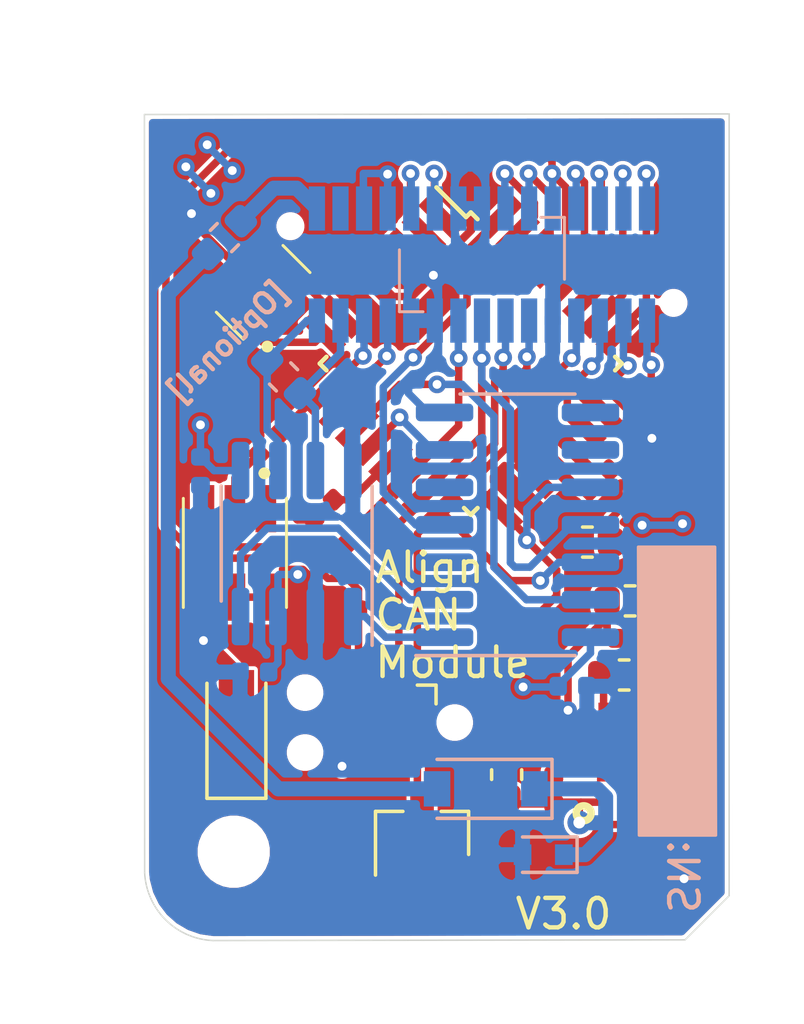
<source format=kicad_pcb>
(kicad_pcb (version 20171130) (host pcbnew "(5.1.6)-1")
  (layers (0 F.Cu signal) (31 B.Cu signal) (34 B.Paste user hide) (35 F.Paste user hide) (36 B.SilkS user) (37 F.SilkS user) (38 B.Mask user hide) (39 F.Mask user hide) (44 Edge.Cuts user))
  (net 0 "")
  (net 1 "Net-(U1-Pad7)")
  (net 2 GND)
  (net 3 /Reset)
  (net 4 /MOSI)
  (net 5 /SCK)
  (net 6 +5V)
  (net 7 /MISO)
  (net 8 /CAN_CS)
  (net 9 /CAN_INT)
  (net 10 +12V)
  (net 11 /CLK_MCP)
  (net 12 /GREEN_LED)
  (net 13 /RED_LED)
  (net 14 /BLUE_LED)
  (net 15 /U-Pin8)
  (net 16 /U-Pin12)
  (net 17 /U-Pin14)
  (net 18 /U-Pin20)
  (net 19 /U-Pin22)
  (net 20 /U-Pin2)
  (net 21 /U-Pin4)
  (net 22 /U-Pin6)
  (net 23 /U-Pin7)
  (net 24 /U-Pin23)
  (net 25 /U-Pin1)
  (net 26 /U-Pin3)
  (net 27 +12V_Safe)
  (net 28 "Net-(C3-Pad2)")
  (net 29 "Net-(L2-Pad1)")
  (net 30 "Net-(C2-Pad1)")
  (net 31 "Net-(U1-Pad8)")
  (net 32 /U-Pin5)
  (net 33 /U-Pin27)
  (net 34 /U-Pin29)
  (net 35 "Net-(J1-Pad2)")
  (net 36 "Net-(LED1-Pad5)")
  (net 37 "Net-(LED1-Pad3)")
  (net 38 "Net-(LED1-Pad1)")
  (net 39 /TXCAN)
  (net 40 /RXCAN)
  (net 41 "Net-(D4-Pad2)")
  (module ACM_2020_V2:ASMBTTF00A20B (layer F.Cu) (at 66.04 78.867 270)
    (fp_text reference LED1 hide)
    (fp_text value ASMB-TTF0-0A20B hide)
    (pad 1 smd rect (at -1.5 -1.05) (size 0.7 1.6) (layers F.Cu F.Paste F.Mask) (net 38 "Net-(LED1-Pad1)"))
    (pad 2 smd rect (at 1.5 -1.05) (size 0.7 1.6) (layers F.Cu F.Paste F.Mask) (net 2 GND))
    (pad 3 smd rect (at -1.5 0) (size 0.7 1.6) (layers F.Cu F.Paste F.Mask) (net 37 "Net-(LED1-Pad3)"))
    (pad 4 smd rect (at 1.5 0) (size 0.7 1.6) (layers F.Cu F.Paste F.Mask) (net 2 GND))
    (pad 5 smd rect (at -1.5 1.05) (size 0.7 1.6) (layers F.Cu F.Paste F.Mask) (net 36 "Net-(LED1-Pad5)"))
    (pad 6 smd rect (at 1.5 1.05) (size 0.7 1.6) (layers F.Cu F.Paste F.Mask) (net 2 GND))
  )
  (module Capacitor_SMD:C_0402_1005Metric (layer B.Cu) (at 66.7004 82.9056)
    (fp_text reference C8 hide)
    (fp_text value 0.1uF)
    (pad 2 smd roundrect (at 0.485 0) (size 0.59 0.64) (layers B.Cu B.Paste B.Mask) (net 6 +5V))
    (pad 1 smd roundrect (at -0.485 0) (size 0.59 0.64) (layers B.Cu B.Paste B.Mask) (net 2 GND))
  )
  (module Capacitor_SMD:C_0402_1005Metric (layer B.Cu) (at 64.8716 76.0984 270)
    (fp_text reference C7 hide)
    (fp_text value 0.1uF)
    (pad 2 smd roundrect (at 0.485 0 270) (size 0.59 0.64) (layers B.Cu B.Paste B.Mask) (net 2 GND))
    (pad 1 smd roundrect (at -0.485 0 270) (size 0.59 0.64) (layers B.Cu B.Paste B.Mask) (net 6 +5V))
  )
  (module ACM_2020_V2:Can_MCP2517FD_SOIC (layer B.Cu) (at 75.6285 77.9145)
    (fp_text reference U4 hide)
    (fp_text value MCP2517FD-xSL)
    (pad 1 smd roundrect (at -2.475 3.81) (size 1.95 0.6) (layers B.Cu B.Paste B.Mask) (net 39 /TXCAN))
    (pad 2 smd roundrect (at -2.475 2.54) (size 1.95 0.6) (layers B.Cu B.Paste B.Mask) (net 40 /RXCAN))
    (pad 3 smd roundrect (at -2.475 1.27) (size 1.95 0.6) (layers B.Cu B.Paste B.Mask))
    (pad 4 smd roundrect (at -2.475 0) (size 1.95 0.6) (layers B.Cu B.Paste B.Mask) (net 9 /CAN_INT))
    (pad 5 smd roundrect (at -2.475 -1.27) (size 1.95 0.6) (layers B.Cu B.Paste B.Mask))
    (pad 6 smd roundrect (at -2.475 -2.54) (size 1.95 0.6) (layers B.Cu B.Paste B.Mask) (net 11 /CLK_MCP))
    (pad 7 smd roundrect (at -2.475 -3.81) (size 1.95 0.6) (layers B.Cu B.Paste B.Mask) (net 2 GND))
    (pad 8 smd roundrect (at 2.475 -3.81) (size 1.95 0.6) (layers B.Cu B.Paste B.Mask))
    (pad 9 smd roundrect (at 2.475 -2.54) (size 1.95 0.6) (layers B.Cu B.Paste B.Mask))
    (pad 10 smd roundrect (at 2.475 -1.27) (size 1.95 0.6) (layers B.Cu B.Paste B.Mask) (net 5 /SCK))
    (pad 11 smd roundrect (at 2.475 0) (size 1.95 0.6) (layers B.Cu B.Paste B.Mask) (net 4 /MOSI))
    (pad 12 smd roundrect (at 2.475 1.27) (size 1.95 0.6) (layers B.Cu B.Paste B.Mask) (net 7 /MISO))
    (pad 13 smd roundrect (at 2.475 2.54) (size 1.95 0.6) (layers B.Cu B.Paste B.Mask) (net 8 /CAN_CS))
    (pad 14 smd roundrect (at 2.475 3.81) (size 1.95 0.6) (layers B.Cu B.Paste B.Mask) (net 6 +5V))
  )
  (module Capacitor_SMD:C_0402_1005Metric (layer B.Cu) (at 77.4954 83.3882)
    (fp_text reference C6 hide)
    (fp_text value 0.1uF)
    (pad 2 smd roundrect (at 0.485 0) (size 0.59 0.64) (layers B.Cu B.Paste B.Mask) (net 2 GND))
    (pad 1 smd roundrect (at -0.485 0) (size 0.59 0.64) (layers B.Cu B.Paste B.Mask) (net 6 +5V))
  )
  (module ACM_2020_V2:Pmos_DMP3099L-13 (layer F.Cu) (at 72.39 88.392 90)
    (fp_text reference Q1 hide)
    (fp_text value Q_PMOS_DMP3099L-13)
    (pad 1 smd rect (at -1 -0.95 90) (size 0.9 0.8) (layers F.Cu F.Paste F.Mask) (net 27 +12V_Safe))
    (pad 2 smd rect (at -1 0.95 90) (size 0.9 0.8) (layers F.Cu F.Paste F.Mask) (net 6 +5V))
    (pad 3 smd rect (at 1 0 90) (size 0.9 0.8) (layers F.Cu F.Paste F.Mask) (net 35 "Net-(J1-Pad2)"))
  )
  (module ACM_2020_V2:D_schotky_MBR0520LT1G (layer B.Cu) (at 74.549 86.868 180)
    (fp_text reference D4 hide)
    (fp_text value D_Schottky_MBR0520LT1G)
    (pad 1 smd rect (at -1.65 0 180) (size 0.9 1.2) (layers B.Cu B.Paste B.Mask) (net 27 +12V_Safe))
    (pad 2 smd rect (at 1.65 0 180) (size 0.9 1.2) (layers B.Cu B.Paste B.Mask) (net 41 "Net-(D4-Pad2)"))
  )
  (module Inductor_SMD:L_0603_1608Metric (layer F.Cu) (at 79.2481 83.0072)
    (fp_text reference L2 hide)
    (fp_text value "2.2 µH")
    (pad 1 smd roundrect (at -0.7875 0) (size 0.875 0.95) (layers F.Cu F.Paste F.Mask) (net 29 "Net-(L2-Pad1)"))
    (pad 2 smd roundrect (at 0.7875 0) (size 0.875 0.95) (layers F.Cu F.Paste F.Mask) (net 6 +5V))
  )
  (module Resistor_SMD:R_0603_1608Metric (layer B.Cu) (at 67.691 72.898 135)
    (fp_text reference R7 hide)
    (fp_text value "120 Ohm")
    (pad 1 smd roundrect (at -0.7875 0 135) (size 0.875 0.95) (layers B.Cu B.Paste B.Mask) (net 33 /U-Pin27))
    (pad 2 smd roundrect (at 0.7875 0 135) (size 0.875 0.95) (layers B.Cu B.Paste B.Mask) (net 34 /U-Pin29))
  )
  (module Inductor_SMD:L_0603_1608Metric (layer F.Cu) (at 78 78.5)
    (fp_text reference L1 hide)
    (fp_text value 10uH)
    (pad 2 smd roundrect (at 0.7875 0) (size 0.875 0.95) (layers F.Cu F.Paste F.Mask) (net 28 "Net-(C3-Pad2)"))
    (pad 1 smd roundrect (at -0.7875 0) (size 0.875 0.95) (layers F.Cu F.Paste F.Mask) (net 6 +5V))
  )
  (module Package_QFP:TQFP-32_7x7mm_P0.8mm (layer F.Cu) (at 74.043324 72.446268 315)
    (fp_text reference U1 hide)
    (fp_text value ATmega328P-AU)
    (pad 1 smd rect (at -4.25 -2.8 315) (size 1.6 0.55) (layers F.Cu F.Paste F.Mask) (net 18 /U-Pin20))
    (pad 2 smd rect (at -4.25 -2 315) (size 1.6 0.55) (layers F.Cu F.Paste F.Mask) (net 19 /U-Pin22))
    (pad 3 smd rect (at -4.25 -1.2 315) (size 1.6 0.55) (layers F.Cu F.Paste F.Mask) (net 2 GND))
    (pad 4 smd rect (at -4.25 -0.4 315) (size 1.6 0.55) (layers F.Cu F.Paste F.Mask) (net 6 +5V))
    (pad 5 smd rect (at -4.25 0.4 315) (size 1.6 0.55) (layers F.Cu F.Paste F.Mask) (net 2 GND))
    (pad 6 smd rect (at -4.25 1.2 315) (size 1.6 0.55) (layers F.Cu F.Paste F.Mask) (net 6 +5V))
    (pad 7 smd rect (at -4.25 2 315) (size 1.6 0.55) (layers F.Cu F.Paste F.Mask) (net 1 "Net-(U1-Pad7)"))
    (pad 8 smd rect (at -4.25 2.8 315) (size 1.6 0.55) (layers F.Cu F.Paste F.Mask) (net 31 "Net-(U1-Pad8)"))
    (pad 9 smd rect (at -2.8 4.25 45) (size 1.6 0.55) (layers F.Cu F.Paste F.Mask) (net 12 /GREEN_LED))
    (pad 10 smd rect (at -2 4.25 45) (size 1.6 0.55) (layers F.Cu F.Paste F.Mask) (net 24 /U-Pin23))
    (pad 11 smd rect (at -1.2 4.25 45) (size 1.6 0.55) (layers F.Cu F.Paste F.Mask) (net 8 /CAN_CS))
    (pad 12 smd rect (at -0.4 4.25 45) (size 1.6 0.55) (layers F.Cu F.Paste F.Mask) (net 11 /CLK_MCP))
    (pad 13 smd rect (at 0.4 4.25 45) (size 1.6 0.55) (layers F.Cu F.Paste F.Mask) (net 13 /RED_LED))
    (pad 14 smd rect (at 1.2 4.25 45) (size 1.6 0.55) (layers F.Cu F.Paste F.Mask) (net 14 /BLUE_LED))
    (pad 15 smd rect (at 2 4.25 45) (size 1.6 0.55) (layers F.Cu F.Paste F.Mask) (net 4 /MOSI))
    (pad 16 smd rect (at 2.8 4.25 45) (size 1.6 0.55) (layers F.Cu F.Paste F.Mask) (net 7 /MISO))
    (pad 17 smd rect (at 4.25 2.8 315) (size 1.6 0.55) (layers F.Cu F.Paste F.Mask) (net 5 /SCK))
    (pad 18 smd rect (at 4.25 2 315) (size 1.6 0.55) (layers F.Cu F.Paste F.Mask) (net 6 +5V))
    (pad 19 smd rect (at 4.25 1.2 315) (size 1.6 0.55) (layers F.Cu F.Paste F.Mask) (net 23 /U-Pin7))
    (pad 20 smd rect (at 4.25 0.4 315) (size 1.6 0.55) (layers F.Cu F.Paste F.Mask) (net 30 "Net-(C2-Pad1)"))
    (pad 21 smd rect (at 4.25 -0.4 315) (size 1.6 0.55) (layers F.Cu F.Paste F.Mask) (net 2 GND))
    (pad 22 smd rect (at 4.25 -1.2 315) (size 1.6 0.55) (layers F.Cu F.Paste F.Mask) (net 32 /U-Pin5))
    (pad 23 smd rect (at 4.25 -2 315) (size 1.6 0.55) (layers F.Cu F.Paste F.Mask) (net 25 /U-Pin1))
    (pad 24 smd rect (at 4.25 -2.8 315) (size 1.6 0.55) (layers F.Cu F.Paste F.Mask) (net 26 /U-Pin3))
    (pad 25 smd rect (at 2.8 -4.25 45) (size 1.6 0.55) (layers F.Cu F.Paste F.Mask) (net 20 /U-Pin2))
    (pad 26 smd rect (at 2 -4.25 45) (size 1.6 0.55) (layers F.Cu F.Paste F.Mask) (net 21 /U-Pin4))
    (pad 27 smd rect (at 1.2 -4.25 45) (size 1.6 0.55) (layers F.Cu F.Paste F.Mask) (net 22 /U-Pin6))
    (pad 28 smd rect (at 0.4 -4.25 45) (size 1.6 0.55) (layers F.Cu F.Paste F.Mask) (net 15 /U-Pin8))
    (pad 29 smd rect (at -0.4 -4.25 45) (size 1.6 0.55) (layers F.Cu F.Paste F.Mask) (net 3 /Reset))
    (pad 30 smd rect (at -1.2 -4.25 45) (size 1.6 0.55) (layers F.Cu F.Paste F.Mask) (net 16 /U-Pin12))
    (pad 31 smd rect (at -2 -4.25 45) (size 1.6 0.55) (layers F.Cu F.Paste F.Mask) (net 17 /U-Pin14))
    (pad 32 smd rect (at -2.8 -4.25 45) (size 1.6 0.55) (layers F.Cu F.Paste F.Mask) (net 9 /CAN_INT))
  )
  (module Connector:Tag-Connect_TC2030-IDC-NL_2x03_P1.27mm_Vertical (layer F.Cu) (at 70.96 84.62 180)
    (fp_text reference J1 hide)
    (fp_text value TC2030-MCP-NL)
    (pad "" np_thru_hole circle (at 2.54 -1.016 180) (size 0.9906 0.9906) (drill 0.9906) (layers *.Cu *.Mask))
    (pad "" np_thru_hole circle (at 2.54 1.016 180) (size 0.9906 0.9906) (drill 0.9906) (layers *.Cu *.Mask))
    (pad "" np_thru_hole circle (at -2.54 0 180) (size 0.9906 0.9906) (drill 0.9906) (layers *.Cu *.Mask))
    (pad 1 connect circle (at -1.27 0.635 180) (size 0.7874 0.7874) (layers F.Cu F.Mask) (net 7 /MISO))
    (pad 2 connect circle (at -1.27 -0.635 180) (size 0.7874 0.7874) (layers F.Cu F.Mask) (net 35 "Net-(J1-Pad2)"))
    (pad 3 connect circle (at 0 0.635 180) (size 0.7874 0.7874) (layers F.Cu F.Mask) (net 5 /SCK))
    (pad 4 connect circle (at 0 -0.635 180) (size 0.7874 0.7874) (layers F.Cu F.Mask) (net 4 /MOSI))
    (pad 5 connect circle (at 1.27 0.635 180) (size 0.7874 0.7874) (layers F.Cu F.Mask) (net 3 /Reset))
    (pad 6 connect circle (at 1.27 -0.635 180) (size 0.7874 0.7874) (layers F.Cu F.Mask) (net 2 GND))
  )
  (module SMLP36RGB2W3R:ILWX10SBVFBE (layer B.Cu) (at 74.422 69.088 180)
    (fp_text reference P1 hide)
    (fp_text value Conn_02x15_Odd_Even hide)
    (pad "" np_thru_hole circle (at 6.5 1.3 180) (size 0.7 0.7) (drill 0.7) (layers *.Cu *.Mask))
    (pad "" np_thru_hole circle (at -6.5 -1.3 180) (size 0.7 0.7) (drill 0.7) (layers *.Cu *.Mask))
    (pad 1 smd rect (at -5.6 -1.9 180) (size 0.55 1.5) (layers B.Cu B.Paste B.Mask) (net 25 /U-Pin1))
    (pad 2 smd rect (at -5.6 1.9 180) (size 0.55 1.5) (layers B.Cu B.Paste B.Mask) (net 20 /U-Pin2))
    (pad 3 smd rect (at -4.8 -1.9 180) (size 0.55 1.5) (layers B.Cu B.Paste B.Mask) (net 26 /U-Pin3))
    (pad 4 smd rect (at -4.8 1.9 180) (size 0.55 1.5) (layers B.Cu B.Paste B.Mask) (net 21 /U-Pin4))
    (pad 5 smd rect (at -4 -1.9 180) (size 0.55 1.5) (layers B.Cu B.Paste B.Mask) (net 32 /U-Pin5))
    (pad 6 smd rect (at -4 1.9 180) (size 0.55 1.5) (layers B.Cu B.Paste B.Mask) (net 22 /U-Pin6))
    (pad 7 smd rect (at -3.2 -1.9 180) (size 0.55 1.5) (layers B.Cu B.Paste B.Mask) (net 23 /U-Pin7))
    (pad 8 smd rect (at -3.2 1.9 180) (size 0.55 1.5) (layers B.Cu B.Paste B.Mask) (net 15 /U-Pin8))
    (pad 9 smd rect (at -2.4 -1.9 180) (size 0.55 1.5) (layers B.Cu B.Paste B.Mask) (net 2 GND))
    (pad 10 smd rect (at -2.4 1.9 180) (size 0.55 1.5) (layers B.Cu B.Paste B.Mask) (net 3 /Reset))
    (pad 11 smd rect (at -1.6 -1.9 180) (size 0.55 1.5) (layers B.Cu B.Paste B.Mask) (net 5 /SCK))
    (pad 12 smd rect (at -1.6 1.9 180) (size 0.55 1.5) (layers B.Cu B.Paste B.Mask) (net 16 /U-Pin12))
    (pad 13 smd rect (at -0.8 -1.9 180) (size 0.55 1.5) (layers B.Cu B.Paste B.Mask) (net 7 /MISO))
    (pad 14 smd rect (at -0.8 1.9 180) (size 0.55 1.5) (layers B.Cu B.Paste B.Mask) (net 17 /U-Pin14))
    (pad 15 smd rect (at 0 -1.9 180) (size 0.55 1.5) (layers B.Cu B.Paste B.Mask) (net 4 /MOSI))
    (pad 16 smd rect (at 0 1.9 180) (size 0.55 1.5) (layers B.Cu B.Paste B.Mask) (net 2 GND))
    (pad 17 smd rect (at 0.8 -1.9 180) (size 0.55 1.5) (layers B.Cu B.Paste B.Mask) (net 14 /BLUE_LED))
    (pad 18 smd rect (at 0.8 1.9 180) (size 0.55 1.5) (layers B.Cu B.Paste B.Mask) (net 2 GND))
    (pad 19 smd rect (at 1.6 -1.9 180) (size 0.55 1.5) (layers B.Cu B.Paste B.Mask) (net 2 GND))
    (pad 20 smd rect (at 1.6 1.9 180) (size 0.55 1.5) (layers B.Cu B.Paste B.Mask) (net 18 /U-Pin20))
    (pad 21 smd rect (at 2.4 -1.9 180) (size 0.55 1.5) (layers B.Cu B.Paste B.Mask) (net 2 GND))
    (pad 22 smd rect (at 2.4 1.9 180) (size 0.55 1.5) (layers B.Cu B.Paste B.Mask) (net 19 /U-Pin22))
    (pad 23 smd rect (at 3.2 -1.9 180) (size 0.55 1.5) (layers B.Cu B.Paste B.Mask) (net 24 /U-Pin23))
    (pad 24 smd rect (at 3.2 1.9 180) (size 0.55 1.5) (layers B.Cu B.Paste B.Mask) (net 6 +5V))
    (pad 25 smd rect (at 4 -1.9 180) (size 0.55 1.5) (layers B.Cu B.Paste B.Mask) (net 12 /GREEN_LED))
    (pad 26 smd rect (at 4 1.9 180) (size 0.55 1.5) (layers B.Cu B.Paste B.Mask) (net 6 +5V))
    (pad 27 smd rect (at 4.8 -1.9 180) (size 0.55 1.5) (layers B.Cu B.Paste B.Mask) (net 33 /U-Pin27))
    (pad 28 smd rect (at 4.8 1.9 180) (size 0.55 1.5) (layers B.Cu B.Paste B.Mask))
    (pad 29 smd rect (at 5.6 -1.9 180) (size 0.55 1.5) (layers B.Cu B.Paste B.Mask) (net 34 /U-Pin29))
    (pad 30 smd rect (at 5.6 1.9 180) (size 0.55 1.5) (layers B.Cu B.Paste B.Mask) (net 10 +12V))
  )
  (module Resistor_SMD:R_0402_1005Metric (layer F.Cu) (at 69.7484 80.7974)
    (fp_text reference R1 hide)
    (fp_text value "10K Ohm")
    (pad 1 smd roundrect (at -0.485 0) (size 0.59 0.64) (layers F.Cu F.Paste F.Mask) (net 6 +5V))
    (pad 2 smd roundrect (at 0.485 0) (size 0.59 0.64) (layers F.Cu F.Paste F.Mask) (net 3 /Reset))
  )
  (module Resistor_SMD:R_0402_1005Metric (layer F.Cu) (at 70.091253 78.295547 45)
    (fp_text reference R5 hide)
    (fp_text value "190 Ohm")
    (pad 1 smd roundrect (at -0.485 0 45) (size 0.59 0.64) (layers F.Cu F.Paste F.Mask) (net 36 "Net-(LED1-Pad5)"))
    (pad 2 smd roundrect (at 0.485 0 45) (size 0.59 0.64) (layers F.Cu F.Paste F.Mask) (net 14 /BLUE_LED))
  )
  (module CSTNE16M0V530000R0:CSTNE16M0V530000R0 (layer F.Cu) (at 67.299049 70.331992 45)
    (fp_text reference Y1 hide)
    (fp_text value 16.0Mhz hide)
    (pad 3 smd rect (at 1.2 -0.425 45) (size 0.4 1.9) (layers F.Cu F.Paste F.Mask) (net 1 "Net-(U1-Pad7)"))
    (pad 2 smd rect (at 0 -0.425 45) (size 0.4 1.9) (layers F.Cu F.Paste F.Mask) (net 2 GND))
    (pad 1 smd rect (at -1.2 -0.425 45) (size 0.4 1.9) (layers F.Cu F.Paste F.Mask) (net 31 "Net-(U1-Pad8)"))
  )
  (module Capacitor_SMD:C_0402_1005Metric (layer F.Cu) (at 69.792947 68.332053 225)
    (fp_text reference C1 hide)
    (fp_text value 0.1uF)
    (pad 1 smd roundrect (at -0.485 0 225) (size 0.59 0.64) (layers F.Cu F.Paste F.Mask) (net 6 +5V))
    (pad 2 smd roundrect (at 0.485 0 225) (size 0.59 0.64) (layers F.Cu F.Paste F.Mask) (net 2 GND))
  )
  (module Diode_SMD:D_SOD-523 (layer B.Cu) (at 76.5 89.1 180)
    (fp_text reference D1 hide)
    (fp_text value 15V)
    (pad 1 smd rect (at -0.7 0) (size 0.6 0.7) (layers B.Cu B.Paste B.Mask) (net 27 +12V_Safe))
    (pad 2 smd rect (at 0.7 0) (size 0.6 0.7) (layers B.Cu B.Paste B.Mask) (net 2 GND))
  )
  (module Capacitor_SMD:C_0402_1005Metric (layer F.Cu) (at 80.042947 76.457053 225)
    (fp_text reference C3 hide)
    (fp_text value 0.1uF)
    (pad 2 smd roundrect (at 0.485 0 225) (size 0.59 0.64) (layers F.Cu F.Paste F.Mask) (net 28 "Net-(C3-Pad2)"))
    (pad 1 smd roundrect (at -0.485 0 225) (size 0.59 0.64) (layers F.Cu F.Paste F.Mask) (net 2 GND))
  )
  (module Resistor_SMD:R_0402_1005Metric (layer F.Cu) (at 79.883 89.408 90)
    (fp_text reference R2 hide)
    (fp_text value "10K Ohm")
    (pad 2 smd roundrect (at 0.485 0 90) (size 0.59 0.64) (layers F.Cu F.Paste F.Mask) (net 27 +12V_Safe))
    (pad 1 smd roundrect (at -0.485 0 90) (size 0.59 0.64) (layers F.Cu F.Paste F.Mask) (net 2 GND))
  )
  (module Fuse:Fuse_0603_1608Metric (layer B.Cu) (at 65.6844 68.1736 45)
    (fp_text reference F1 hide)
    (fp_text value 250mA)
    (pad 2 smd roundrect (at 0.7875 0 45) (size 0.875 0.95) (layers B.Cu B.Paste B.Mask) (net 10 +12V))
    (pad 1 smd roundrect (at -0.7875 0 45) (size 0.875 0.95) (layers B.Cu B.Paste B.Mask) (net 41 "Net-(D4-Pad2)"))
  )
  (module Capacitor_SMD:C_0402_1005Metric (layer F.Cu) (at 78.4 76.4 45)
    (fp_text reference C2 hide)
    (fp_text value 0.1uF)
    (pad 1 smd roundrect (at -0.485 0 45) (size 0.59 0.64) (layers F.Cu F.Paste F.Mask) (net 30 "Net-(C2-Pad1)"))
    (pad 2 smd roundrect (at 0.485 0 45) (size 0.59 0.64) (layers F.Cu F.Paste F.Mask) (net 2 GND))
  )
  (module Capacitor_SMD:C_0402_1005Metric (layer F.Cu) (at 76.8604 86.8934 90)
    (fp_text reference C4 hide)
    (fp_text value 0.1uF)
    (pad 1 smd roundrect (at -0.485 0 90) (size 0.59 0.64) (layers F.Cu F.Paste F.Mask) (net 27 +12V_Safe))
    (pad 2 smd roundrect (at 0.485 0 90) (size 0.59 0.64) (layers F.Cu F.Paste F.Mask) (net 2 GND))
  )
  (module Capacitor_SMD:C_0402_1005Metric (layer F.Cu) (at 79.471 81.764 180)
    (fp_text reference C5 hide)
    (fp_text value 0.1uF)
    (pad 2 smd roundrect (at 0.485 0 180) (size 0.59 0.64) (layers F.Cu F.Paste F.Mask) (net 2 GND))
    (pad 1 smd roundrect (at -0.485 0 180) (size 0.59 0.64) (layers F.Cu F.Paste F.Mask) (net 6 +5V))
  )
  (module MountingHole:MountingHole_2.2mm_M2 (layer B.Cu) (at 66 89)
    (fp_text reference H1 hide)
    (fp_text value "M2 Mouting hole")
    (pad 1 np_thru_hole circle (at 0 0) (size 2.2 2.2) (drill 2.2) (layers *.Cu *.Mask))
  )
  (module NCV890430MW50TXG:SON65P300X300X100-9N (layer F.Cu) (at 79.524 85.82 90)
    (fp_text reference U3 hide)
    (fp_text value NCV890430MW50TXG hide)
    (pad 1 smd rect (at -1.5 -0.975 180) (size 0.35 0.75) (layers F.Cu F.Paste F.Mask) (net 27 +12V_Safe))
    (pad 2 smd rect (at -1.5 -0.325 180) (size 0.35 0.75) (layers F.Cu F.Paste F.Mask))
    (pad 3 smd rect (at -1.5 0.325 180) (size 0.35 0.75) (layers F.Cu F.Paste F.Mask) (net 2 GND))
    (pad 4 smd rect (at -1.5 0.975 180) (size 0.35 0.75) (layers F.Cu F.Paste F.Mask) (net 27 +12V_Safe))
    (pad 5 smd rect (at 1.5 0.975 180) (size 0.35 0.75) (layers F.Cu F.Paste F.Mask) (net 6 +5V))
    (pad 6 smd rect (at 1.5 0.325 180) (size 0.35 0.75) (layers F.Cu F.Paste F.Mask))
    (pad 7 smd rect (at 1.5 -0.325 180) (size 0.35 0.75) (layers F.Cu F.Paste F.Mask) (net 2 GND))
    (pad 8 smd rect (at 1.5 -0.975 180) (size 0.35 0.75) (layers F.Cu F.Paste F.Mask) (net 29 "Net-(L2-Pad1)"))
    (pad 9 smd rect (at 0 0 90) (size 1.6 2.4) (layers F.Cu F.Paste F.Mask) (net 2 GND))
  )
  (module Capacitor_SMD:C_0603_1608Metric (layer F.Cu) (at 75.2602 86.3855 90)
    (fp_text reference C10 hide)
    (fp_text value 10uF)
    (pad 1 smd roundrect (at -0.7875 0 90) (size 0.875 0.95) (layers F.Cu F.Paste F.Mask) (net 27 +12V_Safe))
    (pad 2 smd roundrect (at 0.7875 0 90) (size 0.875 0.95) (layers F.Cu F.Paste F.Mask) (net 2 GND))
  )
  (module Capacitor_SMD:C_0603_1608Metric (layer F.Cu) (at 79.448 80.494 180)
    (fp_text reference C11 hide)
    (fp_text value 10uF)
    (pad 2 smd roundrect (at 0.7875 0 180) (size 0.875 0.95) (layers F.Cu F.Paste F.Mask) (net 2 GND))
    (pad 1 smd roundrect (at -0.7875 0 180) (size 0.875 0.95) (layers F.Cu F.Paste F.Mask) (net 6 +5V))
  )
  (module Resistor_SMD:R_0402_1005Metric (layer F.Cu) (at 69.049853 77.406547 45)
    (fp_text reference R3 hide)
    (fp_text value R-Device-ACM_Y2020V0.1-rescue)
    (pad 1 smd roundrect (at -0.485 0 45) (size 0.59 0.64) (layers F.Cu F.Paste F.Mask) (net 38 "Net-(LED1-Pad1)"))
    (pad 2 smd roundrect (at 0.485 0 45) (size 0.59 0.64) (layers F.Cu F.Paste F.Mask) (net 13 /RED_LED))
  )
  (module Resistor_SMD:R_0402_1005Metric (layer F.Cu) (at 67.195653 75.171347 45)
    (fp_text reference R4 hide)
    (fp_text value 200ohm)
    (pad 2 smd roundrect (at 0.485 0 45) (size 0.59 0.64) (layers F.Cu F.Paste F.Mask) (net 12 /GREEN_LED))
    (pad 1 smd roundrect (at -0.485 0 45) (size 0.59 0.64) (layers F.Cu F.Paste F.Mask) (net 37 "Net-(LED1-Pad3)"))
  )
  (module ACM_2020_V2:SOIC_MCP2542FD (layer B.Cu) (at 68.1355 78.5495 90)
    (fp_text reference U2 hide)
    (fp_text value MCP2542FDxMF)
    (pad 8 smd roundrect (at 2.475 1.905 90) (size 1.95 0.6) (layers B.Cu B.Paste B.Mask) (net 2 GND))
    (pad 7 smd roundrect (at 2.475 0.635 90) (size 1.95 0.6) (layers B.Cu B.Paste B.Mask) (net 33 /U-Pin27))
    (pad 6 smd roundrect (at 2.475 -0.635 90) (size 1.95 0.6) (layers B.Cu B.Paste B.Mask) (net 34 /U-Pin29))
    (pad 5 smd roundrect (at 2.475 -1.905 90) (size 1.95 0.6) (layers B.Cu B.Paste B.Mask) (net 6 +5V))
    (pad 4 smd roundrect (at -2.475 -1.905 90) (size 1.95 0.6) (layers B.Cu B.Paste B.Mask) (net 40 /RXCAN))
    (pad 3 smd roundrect (at -2.475 -0.635 90) (size 1.95 0.6) (layers B.Cu B.Paste B.Mask) (net 6 +5V))
    (pad 2 smd roundrect (at -2.475 0.635 90) (size 1.95 0.6) (layers B.Cu B.Paste B.Mask) (net 2 GND))
    (pad 1 smd roundrect (at -2.475 1.905 90) (size 1.95 0.6) (layers B.Cu B.Paste B.Mask) (net 39 /TXCAN))
  )
  (module ACM_2020_V2:D_Zener_KDZV5.6B_SOD-123 (layer F.Cu) (at 66.0908 84.9386 90)
    (fp_text reference D2 hide)
    (fp_text value D_Zener_KDZVTR5.6B)
    (pad 2 smd rect (at 1.65 0 90) (size 0.9 1.2) (layers F.Cu F.Paste F.Mask) (net 2 GND))
    (pad 1 smd rect (at -1.65 0 90) (size 0.9 1.2) (layers F.Cu F.Paste F.Mask) (net 6 +5V))
  )
  (gr_text V3.0 (at 77.1906 91.1098) (layer F.SilkS) (effects (font (size 1 1))))
  (gr_text "Align\nCAN\nModule" (at 70.7136 80.9752) (layer F.SilkS) (effects (font (size 1 1)) (justify left)))
  (gr_text [Optional] (at 65.786 71.6915 45) (layer B.SilkS) (effects (font (size 0.7 0.7)) (justify mirror)))
  (gr_line (start 82.80908 90.49258) (end 81.31302 91.98864) (layer Edge.Cuts) (width 0.05))
  (gr_arc (start 65.399901 89.588339) (end 62.97676 89.71534) (angle -84.58411655) (layer Edge.Cuts) (width 0.05))
  (gr_line (start 62.97676 89.71534) (end 62.97 64) (layer Edge.Cuts) (width 0.05))
  (gr_line (start 81.31302 91.98864) (end 65.297629 92.01265) (layer Edge.Cuts) (width 0.05))
  (gr_line (start 82.81 63.98) (end 82.80908 90.49258) (layer Edge.Cuts) (width 0.05))
  (gr_line (start 62.97 64) (end 82.81 63.98) (layer Edge.Cuts) (width 0.05))
  (gr_text SN: (at 81.2292 89.8398 270) (layer B.SilkS) (effects (font (size 1 1)) (justify mirror)))
  (gr_poly (pts (xy 79.7264 78.6638) (xy 82.3256 78.6638) (xy 82.3552 88.4428) (xy 79.756 88.4428)) (layer B.SilkS) (width 0.1))
  (segment (start 69.519392 70.855278) (end 69.623907 70.855278) (width 0.254) (layer F.Cu) (net 1))
  (segment (start 67.847057 69.182943) (end 69.519392 70.855278) (width 0.254) (layer F.Cu) (net 1))
  (segment (start 79.199 85.495) (end 79.524 85.82) (width 0.254) (layer F.Cu) (net 2))
  (segment (start 79.199 84.32) (end 79.199 85.495) (width 0.254) (layer F.Cu) (net 2))
  (segment (start 80.328841 76.057053) (end 80.385894 76.114106) (width 0.254) (layer F.Cu) (net 2))
  (segment (start 74.422 67.188) (end 73.622 67.188) (width 0.254) (layer B.Cu) (net 2))
  (segment (start 78.8 76.114106) (end 78.742947 76.057053) (width 0.254) (layer F.Cu) (net 2))
  (segment (start 78.691 81.764) (end 78.986 81.764) (width 0.254) (layer F.Cu) (net 2))
  (segment (start 78.67 81.743) (end 78.691 81.764) (width 0.254) (layer F.Cu) (net 2))
  (segment (start 78.6605 80.494) (end 78.67 80.5035) (width 0.254) (layer F.Cu) (net 2))
  (segment (start 78.67 80.5035) (end 78.67 81.743) (width 0.254) (layer F.Cu) (net 2))
  (segment (start 78.219795 76.057053) (end 77.331371 75.168629) (width 0.254) (layer F.Cu) (net 2))
  (segment (start 78.742947 76.057053) (end 78.219795 76.057053) (width 0.254) (layer F.Cu) (net 2))
  (segment (start 72 68.705888) (end 72.005888 68.705888) (width 0.254) (layer F.Cu) (net 2))
  (segment (start 71.886648 68.592536) (end 72 68.705888) (width 0.254) (layer F.Cu) (net 2))
  (segment (start 69.70637 68.675) (end 70.755277 69.723907) (width 0.254) (layer F.Cu) (net 2))
  (segment (start 69.45 68.675) (end 69.70637 68.675) (width 0.254) (layer F.Cu) (net 2))
  (segment (start 79.849 86.145) (end 79.849 87.32) (width 0.254) (layer F.Cu) (net 2))
  (segment (start 79.524 85.82) (end 79.849 86.145) (width 0.254) (layer F.Cu) (net 2))
  (segment (start 80.385894 76.114106) (end 80.385894 76.064106) (width 0.254) (layer F.Cu) (net 2))
  (via (at 72.775 69.45) (size 0.6) (drill 0.3) (layers F.Cu B.Cu) (net 2))
  (segment (start 71.886648 68.592536) (end 71.917536 68.592536) (width 0.254) (layer F.Cu) (net 2))
  (segment (start 71.917536 68.592536) (end 72.775 69.45) (width 0.254) (layer F.Cu) (net 2))
  (segment (start 69.69 86.085) (end 69.675 86.1) (width 0.254) (layer F.Cu) (net 2))
  (via (at 69.675 86.1) (size 0.6) (drill 0.3) (layers F.Cu B.Cu) (net 2))
  (segment (start 69.69 85.255) (end 69.69 86.085) (width 0.254) (layer F.Cu) (net 2))
  (segment (start 80.514106 76.242318) (end 80.385894 76.114106) (width 0.254) (layer F.Cu) (net 2))
  (segment (start 78.6605 80.494) (end 78.6605 80.3689) (width 0.254) (layer F.Cu) (net 2))
  (segment (start 79.883 89.893) (end 81.257 89.893) (width 0.254) (layer F.Cu) (net 2))
  (via (at 81.28 89.916) (size 0.6) (drill 0.3) (layers F.Cu B.Cu) (net 2))
  (segment (start 81.257 89.893) (end 81.28 89.916) (width 0.254) (layer F.Cu) (net 2))
  (segment (start 76.8604 84.6836) (end 77.343 84.201) (width 0.254) (layer F.Cu) (net 2))
  (via (at 77.343 84.201) (size 0.6) (drill 0.3) (layers F.Cu B.Cu) (net 2))
  (segment (start 79.524 85.82) (end 78.2 85.82) (width 0.4) (layer F.Cu) (net 2))
  (segment (start 77.343 84.963) (end 77.343 84.201) (width 0.4) (layer F.Cu) (net 2))
  (segment (start 78.2 85.82) (end 77.343 84.963) (width 0.4) (layer F.Cu) (net 2))
  (segment (start 76.8604 86.4084) (end 76.8604 84.6836) (width 0.254) (layer F.Cu) (net 2))
  (segment (start 64.99 80.367) (end 67.09 80.367) (width 0.254) (layer F.Cu) (net 2))
  (via (at 64.9732 81.8388) (size 0.6) (drill 0.3) (layers F.Cu B.Cu) (net 2))
  (segment (start 64.99 80.367) (end 64.99 81.822) (width 0.254) (layer F.Cu) (net 2))
  (segment (start 64.99 81.822) (end 64.9732 81.8388) (width 0.254) (layer F.Cu) (net 2))
  (segment (start 75.946 85.598) (end 76.8604 84.6836) (width 0.254) (layer F.Cu) (net 2))
  (segment (start 75.2602 85.598) (end 75.946 85.598) (width 0.254) (layer F.Cu) (net 2))
  (segment (start 71.203741 70.172371) (end 70.755277 69.723907) (width 0.254) (layer F.Cu) (net 2))
  (segment (start 72.052629 70.172371) (end 71.203741 70.172371) (width 0.254) (layer F.Cu) (net 2))
  (segment (start 72.775 69.45) (end 72.052629 70.172371) (width 0.254) (layer F.Cu) (net 2))
  (segment (start 72.5805 74.1045) (end 71.9328 73.4568) (width 0.254) (layer B.Cu) (net 2))
  (segment (start 71.9328 73.4568) (end 71.9328 73.2028) (width 0.254) (layer B.Cu) (net 2))
  (segment (start 73.1535 74.1045) (end 72.5805 74.1045) (width 0.254) (layer B.Cu) (net 2))
  (segment (start 79.638694 76.114106) (end 78.8 76.114106) (width 0.254) (layer F.Cu) (net 2))
  (segment (start 80.385894 76.114106) (end 79.638694 76.114106) (width 0.254) (layer F.Cu) (net 2))
  (segment (start 79.638694 76.114106) (end 79.638694 75.529906) (width 0.254) (layer F.Cu) (net 2))
  (via (at 80.1878 74.9808) (size 0.6) (drill 0.3) (layers F.Cu B.Cu) (net 2))
  (segment (start 79.638694 75.529906) (end 80.1878 74.9808) (width 0.254) (layer F.Cu) (net 2))
  (segment (start 78.67 81.2738) (end 78.448522 81.2738) (width 0.254) (layer F.Cu) (net 2))
  (segment (start 77.343 82.379322) (end 77.343 84.201) (width 0.254) (layer F.Cu) (net 2))
  (segment (start 78.448522 81.2738) (end 77.343 82.379322) (width 0.254) (layer F.Cu) (net 2))
  (segment (start 66.0908 82.9564) (end 64.9732 81.8388) (width 0.508) (layer F.Cu) (net 2))
  (segment (start 66.0908 83.2886) (end 66.0908 82.9564) (width 0.508) (layer F.Cu) (net 2))
  (via (at 64.5668 67.3608) (size 0.6) (drill 0.3) (layers F.Cu B.Cu) (net 2))
  (segment (start 64.5668 67.6148) (end 64.5668 67.3608) (width 0.254) (layer F.Cu) (net 2))
  (segment (start 66.998529 70.031472) (end 66.983472 70.031472) (width 0.254) (layer F.Cu) (net 2))
  (segment (start 66.983472 70.031472) (end 64.5668 67.6148) (width 0.254) (layer F.Cu) (net 2))
  (via (at 76.8 66) (size 0.6) (drill 0.3) (layers F.Cu B.Cu) (net 3))
  (segment (start 76.822 66.022) (end 76.8 66) (width 0.254) (layer B.Cu) (net 3))
  (segment (start 76.822 67.188) (end 76.822 66.022) (width 0.254) (layer B.Cu) (net 3))
  (segment (start 77.26291 68.660996) (end 76.765685 69.158221) (width 0.254) (layer F.Cu) (net 3))
  (segment (start 76.8 66) (end 77.26291 66.46291) (width 0.254) (layer F.Cu) (net 3))
  (segment (start 77.26291 66.46291) (end 77.26291 68.660996) (width 0.254) (layer F.Cu) (net 3))
  (segment (start 69.69 83.01) (end 69.69 83.985) (width 0.254) (layer F.Cu) (net 3))
  (segment (start 69.85 79.7306) (end 70.2334 80.114) (width 0.254) (layer F.Cu) (net 3))
  (segment (start 64.3 66.719554) (end 64.280446 66.719554) (width 0.254) (layer F.Cu) (net 3))
  (segment (start 70.2334 80.114) (end 70.2334 80.7974) (width 0.254) (layer F.Cu) (net 3))
  (segment (start 76.8 66) (end 76.8 65.575736) (width 0.254) (layer F.Cu) (net 3))
  (segment (start 65.817754 65.2018) (end 64.3 66.719554) (width 0.254) (layer F.Cu) (net 3))
  (segment (start 63.7 67.3) (end 63.7 77.924) (width 0.254) (layer F.Cu) (net 3))
  (segment (start 76.426064 65.2018) (end 65.817754 65.2018) (width 0.254) (layer F.Cu) (net 3))
  (segment (start 76.8 65.575736) (end 76.426064 65.2018) (width 0.254) (layer F.Cu) (net 3))
  (segment (start 64.8208 79.0448) (end 68.5038 79.0448) (width 0.254) (layer F.Cu) (net 3))
  (segment (start 64.280446 66.719554) (end 63.7 67.3) (width 0.254) (layer F.Cu) (net 3))
  (segment (start 63.7 77.924) (end 64.8208 79.0448) (width 0.254) (layer F.Cu) (net 3))
  (segment (start 68.5038 79.0448) (end 69.1896 79.7306) (width 0.254) (layer F.Cu) (net 3))
  (segment (start 69.1896 79.7306) (end 69.85 79.7306) (width 0.254) (layer F.Cu) (net 3))
  (segment (start 69.69 82.8448) (end 69.69 83.985) (width 0.254) (layer F.Cu) (net 3))
  (segment (start 70.2334 80.7974) (end 70.2334 82.3014) (width 0.254) (layer F.Cu) (net 3))
  (segment (start 70.2334 82.3014) (end 69.69 82.8448) (width 0.254) (layer F.Cu) (net 3))
  (segment (start 74.415008 72.689319) (end 74.415008 72.265055) (width 0.254) (layer F.Cu) (net 4))
  (segment (start 74.422 70.988) (end 74.422 72.258063) (width 0.254) (layer B.Cu) (net 4))
  (segment (start 74.415008 74.903011) (end 74.415008 72.689319) (width 0.254) (layer F.Cu) (net 4))
  (segment (start 72.452334 76.865685) (end 74.415008 74.903011) (width 0.254) (layer F.Cu) (net 4))
  (via (at 74.415008 72.265055) (size 0.6) (drill 0.3) (layers F.Cu B.Cu) (net 4))
  (segment (start 74.422 72.258063) (end 74.415008 72.265055) (width 0.254) (layer B.Cu) (net 4))
  (segment (start 74.415008 73.043408) (end 74.415008 72.265055) (width 0.254) (layer B.Cu) (net 4))
  (segment (start 75.3872 74.0156) (end 74.415008 73.043408) (width 0.254) (layer B.Cu) (net 4))
  (segment (start 77.4827 77.9145) (end 76.0476 79.3496) (width 0.254) (layer B.Cu) (net 4))
  (segment (start 78.1035 77.9145) (end 77.4827 77.9145) (width 0.254) (layer B.Cu) (net 4))
  (segment (start 76.0476 79.3496) (end 75.5396 79.3496) (width 0.254) (layer B.Cu) (net 4))
  (segment (start 75.5396 79.3496) (end 75.3872 79.1972) (width 0.254) (layer B.Cu) (net 4))
  (segment (start 75.3872 79.1972) (end 75.3872 74.0156) (width 0.254) (layer B.Cu) (net 4))
  (segment (start 71.6026 84.6124) (end 70.96 85.255) (width 0.127) (layer F.Cu) (net 4))
  (segment (start 71.6026 83.5152) (end 71.6026 84.6124) (width 0.127) (layer F.Cu) (net 4))
  (segment (start 71.6026 77.8764) (end 71.6026 83.5152) (width 0.254) (layer F.Cu) (net 4))
  (segment (start 72.452334 76.865685) (end 72.452334 77.026666) (width 0.254) (layer F.Cu) (net 4))
  (segment (start 72.452334 77.026666) (end 71.6026 77.8764) (width 0.254) (layer F.Cu) (net 4))
  (segment (start 76.022 72.14237) (end 75.946 72.21837) (width 0.254) (layer B.Cu) (net 5))
  (segment (start 76.022 70.988) (end 76.022 72.14237) (width 0.254) (layer B.Cu) (net 5))
  (via (at 75.946 72.21837) (size 0.6) (drill 0.3) (layers F.Cu B.Cu) (net 5))
  (segment (start 75.068629 77.431371) (end 74.432234 76.794976) (width 0.254) (layer F.Cu) (net 5))
  (segment (start 75.234789 73.324381) (end 75.946 72.61317) (width 0.254) (layer F.Cu) (net 5))
  (segment (start 74.432234 76.118996) (end 75.234789 75.316441) (width 0.254) (layer F.Cu) (net 5))
  (segment (start 75.234789 75.316441) (end 75.234789 73.324381) (width 0.254) (layer F.Cu) (net 5))
  (segment (start 74.432234 76.794976) (end 74.432234 76.118996) (width 0.254) (layer F.Cu) (net 5))
  (segment (start 75.946 72.61317) (end 75.946 72.21837) (width 0.254) (layer F.Cu) (net 5))
  (segment (start 78.1035 76.6445) (end 76.6699 76.6445) (width 0.254) (layer B.Cu) (net 5))
  (via (at 75.946 78.4352) (size 0.6) (drill 0.3) (layers F.Cu B.Cu) (net 5))
  (segment (start 76.6699 76.6445) (end 75.946 77.3684) (width 0.254) (layer B.Cu) (net 5))
  (segment (start 75.946 77.3684) (end 75.946 78.4352) (width 0.254) (layer B.Cu) (net 5))
  (segment (start 75.946 78.308742) (end 75.068629 77.431371) (width 0.254) (layer F.Cu) (net 5))
  (segment (start 75.946 78.4352) (end 75.946 78.308742) (width 0.254) (layer F.Cu) (net 5))
  (segment (start 70.375799 85.637015) (end 70.375799 84.569201) (width 0.127) (layer F.Cu) (net 5))
  (segment (start 70.577985 85.839201) (end 70.375799 85.637015) (width 0.127) (layer F.Cu) (net 5))
  (segment (start 71.240417 85.839201) (end 70.577985 85.839201) (width 0.127) (layer F.Cu) (net 5))
  (segment (start 71.544201 85.535417) (end 71.240417 85.839201) (width 0.127) (layer F.Cu) (net 5))
  (segment (start 72.8726 84.232414) (end 72.434215 84.670799) (width 0.127) (layer F.Cu) (net 5))
  (segment (start 71.544201 85.030023) (end 71.544201 85.535417) (width 0.127) (layer F.Cu) (net 5))
  (segment (start 72.8726 83.7946) (end 72.8726 84.232414) (width 0.127) (layer F.Cu) (net 5))
  (segment (start 70.375799 84.569201) (end 70.96 83.985) (width 0.127) (layer F.Cu) (net 5))
  (segment (start 72.434215 84.670799) (end 71.903425 84.670799) (width 0.127) (layer F.Cu) (net 5))
  (segment (start 71.903425 84.670799) (end 71.544201 85.030023) (width 0.127) (layer F.Cu) (net 5))
  (segment (start 76.957201 80.319599) (end 73.9902 83.2866) (width 0.254) (layer F.Cu) (net 5))
  (segment (start 75.946 78.4352) (end 76.957201 79.446401) (width 0.254) (layer F.Cu) (net 5))
  (segment (start 73.3806 83.2866) (end 72.8726 83.7946) (width 0.254) (layer F.Cu) (net 5))
  (segment (start 73.9902 83.2866) (end 73.3806 83.2866) (width 0.254) (layer F.Cu) (net 5))
  (segment (start 76.957201 79.446401) (end 76.957201 80.319599) (width 0.254) (layer F.Cu) (net 5))
  (segment (start 71.2 67.166) (end 71.222 67.188) (width 0.254) (layer B.Cu) (net 6))
  (segment (start 79.956 80.7735) (end 80.2355 80.494) (width 0.254) (layer F.Cu) (net 6))
  (segment (start 79.956 81.764) (end 79.956 80.7735) (width 0.254) (layer F.Cu) (net 6))
  (segment (start 75.22395 76.455321) (end 75.634314 76.865685) (width 0.254) (layer F.Cu) (net 6))
  (segment (start 77.2125 78.443871) (end 75.634314 76.865685) (width 0.254) (layer F.Cu) (net 6))
  (segment (start 77.2125 78.5) (end 77.2125 78.443871) (width 0.254) (layer F.Cu) (net 6))
  (via (at 65.225002 66.675) (size 0.6) (drill 0.3) (layers F.Cu B.Cu) (net 6))
  (via (at 65.950002 65.9) (size 0.6) (drill 0.3) (layers F.Cu B.Cu) (net 6))
  (segment (start 65.1 65.049998) (end 65.1 65.025) (width 0.254) (layer B.Cu) (net 6))
  (segment (start 65.950002 65.9) (end 65.1 65.049998) (width 0.254) (layer B.Cu) (net 6))
  (via (at 65.1 65.025) (size 0.6) (drill 0.3) (layers F.Cu B.Cu) (net 6))
  (segment (start 65.225002 66.675) (end 64.375 65.824998) (width 0.254) (layer B.Cu) (net 6))
  (via (at 64.375 65.775) (size 0.6) (drill 0.3) (layers F.Cu B.Cu) (net 6))
  (segment (start 64.375 65.824998) (end 64.375 65.775) (width 0.254) (layer B.Cu) (net 6))
  (segment (start 70.4 67.166) (end 70.422 67.188) (width 0.254) (layer B.Cu) (net 6))
  (via (at 79.8576 77.9272) (size 0.6) (drill 0.3) (layers F.Cu B.Cu) (net 6))
  (via (at 81.2292 77.8764) (size 0.6) (drill 0.3) (layers F.Cu B.Cu) (net 6))
  (segment (start 81.1784 77.9272) (end 81.2292 77.8764) (width 0.254) (layer B.Cu) (net 6))
  (segment (start 79.8576 77.9272) (end 81.1784 77.9272) (width 0.254) (layer B.Cu) (net 6))
  (segment (start 65.3327 76.0745) (end 64.8716 75.6134) (width 0.254) (layer B.Cu) (net 6))
  (segment (start 66.2305 76.0745) (end 65.3327 76.0745) (width 0.254) (layer B.Cu) (net 6))
  (via (at 64.8716 74.5236) (size 0.6) (drill 0.3) (layers F.Cu B.Cu) (net 6))
  (segment (start 64.8716 75.6134) (end 64.8716 74.5236) (width 0.254) (layer B.Cu) (net 6))
  (segment (start 67.5005 82.5905) (end 67.1854 82.9056) (width 0.254) (layer B.Cu) (net 6))
  (segment (start 67.5005 81.0245) (end 67.5005 82.5905) (width 0.254) (layer B.Cu) (net 6))
  (segment (start 77.2125 78.5) (end 77.6224 78.9099) (width 0.254) (layer F.Cu) (net 6))
  (segment (start 77.6224 78.9099) (end 77.6224 79.7052) (width 0.254) (layer F.Cu) (net 6))
  (segment (start 71.222 67.188) (end 71.222 66.022) (width 0.254) (layer B.Cu) (net 6))
  (segment (start 71.2 66) (end 70.4 66) (width 0.254) (layer B.Cu) (net 6))
  (segment (start 71.222 66.022) (end 71.222 66.022) (width 0.254) (layer B.Cu) (net 6))
  (segment (start 70.4 66) (end 70.4 67.166) (width 0.254) (layer B.Cu) (net 6))
  (segment (start 71.222 66.022) (end 71.2 66) (width 0.254) (layer B.Cu) (net 6))
  (via (at 71.222 66.022) (size 0.6) (drill 0.3) (layers F.Cu B.Cu) (net 6))
  (via (at 75.819 83.4136) (size 0.6) (drill 0.3) (layers F.Cu B.Cu) (net 6))
  (segment (start 76.9549 83.4136) (end 75.819 83.4136) (width 0.254) (layer B.Cu) (net 6))
  (segment (start 78.1035 81.7245) (end 78.1035 82.265) (width 0.254) (layer B.Cu) (net 6))
  (segment (start 78.1035 82.265) (end 76.9549 83.4136) (width 0.254) (layer B.Cu) (net 6))
  (via (at 68.1736 79.5988) (size 0.6) (drill 0.3) (layers F.Cu B.Cu) (net 6))
  (segment (start 69.2634 80.7974) (end 69.2634 80.6886) (width 0.254) (layer F.Cu) (net 6))
  (segment (start 69.2634 80.6886) (end 68.1736 79.5988) (width 0.254) (layer F.Cu) (net 6))
  (segment (start 68.1736 79.5988) (end 67.5434 79.5988) (width 0.254) (layer B.Cu) (net 6))
  (segment (start 67.5005 79.6417) (end 67.5005 81.0245) (width 0.254) (layer B.Cu) (net 6))
  (segment (start 67.5434 79.5988) (end 67.5005 79.6417) (width 0.254) (layer B.Cu) (net 6))
  (segment (start 73.018629 77.431371) (end 73.018019 77.431371) (width 0.254) (layer F.Cu) (net 7))
  (via (at 75.141563 72.239294) (size 0.6) (drill 0.3) (layers F.Cu B.Cu) (net 7))
  (segment (start 73.654414 76.794976) (end 73.654414 76.357986) (width 0.254) (layer F.Cu) (net 7))
  (segment (start 75.222 72.158857) (end 75.141563 72.239294) (width 0.254) (layer B.Cu) (net 7))
  (segment (start 73.018019 77.431371) (end 73.654414 76.794976) (width 0.254) (layer F.Cu) (net 7))
  (segment (start 75.222 70.988) (end 75.222 72.158857) (width 0.254) (layer B.Cu) (net 7))
  (segment (start 74.853778 75.158622) (end 74.853778 72.951343) (width 0.254) (layer F.Cu) (net 7))
  (segment (start 74.853778 72.951343) (end 75.141563 72.663558) (width 0.254) (layer F.Cu) (net 7))
  (segment (start 73.654414 76.357986) (end 74.853778 75.158622) (width 0.254) (layer F.Cu) (net 7))
  (segment (start 75.141563 72.663558) (end 75.141563 72.239294) (width 0.254) (layer F.Cu) (net 7))
  (segment (start 72.23 83.985) (end 72.23 78.21939) (width 0.254) (layer F.Cu) (net 7))
  (segment (start 72.23 78.21939) (end 73.018019 77.431371) (width 0.254) (layer F.Cu) (net 7))
  (via (at 76.4032 79.8068) (size 0.6) (drill 0.3) (layers F.Cu B.Cu) (net 7))
  (segment (start 78.1035 79.1845) (end 77.0255 79.1845) (width 0.254) (layer B.Cu) (net 7))
  (segment (start 77.0255 79.1845) (end 76.4032 79.8068) (width 0.254) (layer B.Cu) (net 7))
  (segment (start 75.393448 79.8068) (end 73.018019 77.431371) (width 0.254) (layer F.Cu) (net 7))
  (segment (start 76.4032 79.8068) (end 75.393448 79.8068) (width 0.254) (layer F.Cu) (net 7))
  (segment (start 69.85 74.811968) (end 69.85 75.184) (width 0.254) (layer F.Cu) (net 8))
  (segment (start 71.640536 73.152) (end 72.898 73.152) (width 0.254) (layer F.Cu) (net 8))
  (via (at 72.898 73.152) (size 0.6) (drill 0.3) (layers F.Cu B.Cu) (net 8))
  (segment (start 70.189592 74.602944) (end 71.640536 73.152) (width 0.254) (layer F.Cu) (net 8))
  (segment (start 75.9333 80.4545) (end 74.8284 79.3496) (width 0.254) (layer B.Cu) (net 8))
  (segment (start 74.8284 79.3496) (end 74.8284 74.233042) (width 0.254) (layer B.Cu) (net 8))
  (segment (start 73.747358 73.152) (end 72.898 73.152) (width 0.254) (layer B.Cu) (net 8))
  (segment (start 74.8284 74.233042) (end 73.747358 73.152) (width 0.254) (layer B.Cu) (net 8))
  (segment (start 78.1035 80.4545) (end 75.9333 80.4545) (width 0.254) (layer B.Cu) (net 8))
  (segment (start 73.1535 77.9145) (end 72.1785 77.9145) (width 0.254) (layer B.Cu) (net 9))
  (segment (start 75.068629 67.461165) (end 73.914 68.615794) (width 0.254) (layer F.Cu) (net 9))
  (segment (start 73.914 68.615794) (end 73.914 70.408802) (width 0.254) (layer F.Cu) (net 9))
  (via (at 72.085202 72.2376) (size 0.6) (drill 0.3) (layers F.Cu B.Cu) (net 9))
  (segment (start 72.1785 77.9145) (end 71.073999 76.809999) (width 0.254) (layer B.Cu) (net 9))
  (segment (start 73.914 70.408802) (end 72.085202 72.2376) (width 0.254) (layer F.Cu) (net 9))
  (segment (start 71.073999 76.809999) (end 71.073999 73.248803) (width 0.254) (layer B.Cu) (net 9))
  (segment (start 71.073999 73.248803) (end 72.085202 72.2376) (width 0.254) (layer B.Cu) (net 9))
  (segment (start 68.8 67.166) (end 68.822 67.188) (width 0.254) (layer B.Cu) (net 10))
  (segment (start 68.1312 66.4972) (end 68.822 67.188) (width 0.508) (layer B.Cu) (net 10))
  (segment (start 66.241247 67.616753) (end 67.3608 66.4972) (width 0.508) (layer B.Cu) (net 10))
  (segment (start 67.3608 66.4972) (end 68.1312 66.4972) (width 0.508) (layer B.Cu) (net 10))
  (via (at 71.628 74.2696) (size 0.6) (drill 0.3) (layers F.Cu B.Cu) (net 11))
  (segment (start 71.628 74.295906) (end 71.628 74.2696) (width 0.254) (layer F.Cu) (net 11))
  (segment (start 72.7329 75.3745) (end 71.628 74.2696) (width 0.254) (layer B.Cu) (net 11))
  (segment (start 73.1535 75.3745) (end 72.7329 75.3745) (width 0.254) (layer B.Cu) (net 11))
  (segment (start 70.755277 75.168629) (end 71.628 74.295906) (width 0.254) (layer F.Cu) (net 11))
  (segment (start 70.422 70.988) (end 70.422 72.148392) (width 0.254) (layer B.Cu) (net 12))
  (via (at 70.385196 72.185196) (size 0.6) (drill 0.3) (layers F.Cu B.Cu) (net 12))
  (segment (start 70.422 72.148392) (end 70.385196 72.185196) (width 0.254) (layer B.Cu) (net 12))
  (segment (start 70.364804 72.185196) (end 70.385196 72.185196) (width 0.254) (layer F.Cu) (net 12))
  (segment (start 69.058221 73.471573) (end 69.078427 73.471573) (width 0.254) (layer F.Cu) (net 12))
  (segment (start 69.078427 73.471573) (end 70.364804 72.185196) (width 0.254) (layer F.Cu) (net 12))
  (segment (start 68.895427 73.471573) (end 67.5386 74.8284) (width 0.254) (layer F.Cu) (net 12))
  (segment (start 69.058221 73.471573) (end 68.895427 73.471573) (width 0.254) (layer F.Cu) (net 12))
  (segment (start 69.991678 77.0636) (end 69.3928 77.0636) (width 0.254) (layer F.Cu) (net 13))
  (segment (start 71.320963 75.734315) (end 69.991678 77.0636) (width 0.254) (layer F.Cu) (net 13))
  (segment (start 71.8 76.3) (end 71.886648 76.3) (width 0.254) (layer F.Cu) (net 14))
  (segment (start 70.4342 77.752448) (end 70.4342 77.9526) (width 0.254) (layer F.Cu) (net 14))
  (segment (start 71.886648 76.3) (end 70.4342 77.752448) (width 0.254) (layer F.Cu) (net 14))
  (via (at 73.631491 72.262991) (size 0.6) (drill 0.3) (layers F.Cu B.Cu) (net 14))
  (segment (start 73.631491 74.555157) (end 73.631491 72.687255) (width 0.254) (layer F.Cu) (net 14))
  (segment (start 73.622 72.2535) (end 73.631491 72.262991) (width 0.254) (layer B.Cu) (net 14))
  (segment (start 71.886648 76.3) (end 73.631491 74.555157) (width 0.254) (layer F.Cu) (net 14))
  (segment (start 73.622 70.988) (end 73.622 72.2535) (width 0.254) (layer B.Cu) (net 14))
  (segment (start 73.631491 72.687255) (end 73.631491 72.262991) (width 0.254) (layer F.Cu) (net 14))
  (via (at 77.6 66) (size 0.6) (drill 0.3) (layers F.Cu B.Cu) (net 15))
  (segment (start 77.622 66.022) (end 77.6 66) (width 0.254) (layer B.Cu) (net 15))
  (segment (start 77.622 67.188) (end 77.622 66.022) (width 0.254) (layer B.Cu) (net 15))
  (segment (start 77.899999 69.155279) (end 77.331371 69.723907) (width 0.254) (layer F.Cu) (net 15))
  (segment (start 77.6 66) (end 77.899999 66.299999) (width 0.254) (layer F.Cu) (net 15))
  (segment (start 77.899999 66.299999) (end 77.899999 69.155279) (width 0.254) (layer F.Cu) (net 15))
  (via (at 76 66) (size 0.6) (drill 0.3) (layers F.Cu B.Cu) (net 16))
  (segment (start 76.022 66.022) (end 76 66) (width 0.254) (layer B.Cu) (net 16))
  (segment (start 76.022 67.188) (end 76.022 66.022) (width 0.254) (layer B.Cu) (net 16))
  (segment (start 76.299999 66.299999) (end 76 66) (width 0.254) (layer F.Cu) (net 16))
  (segment (start 76.7334 66.7334) (end 76.299999 66.299999) (width 0.254) (layer F.Cu) (net 16))
  (segment (start 76.2 68.592536) (end 76.7334 68.059136) (width 0.254) (layer F.Cu) (net 16))
  (segment (start 76.7334 68.059136) (end 76.7334 66.7334) (width 0.254) (layer F.Cu) (net 16))
  (via (at 75.2 66) (size 0.6) (drill 0.3) (layers F.Cu B.Cu) (net 17))
  (segment (start 75.2 67.166) (end 75.222 67.188) (width 0.254) (layer B.Cu) (net 17))
  (segment (start 75.2 66) (end 75.2 67.166) (width 0.254) (layer B.Cu) (net 17))
  (segment (start 76.2 67) (end 75.2 66) (width 0.254) (layer F.Cu) (net 17))
  (segment (start 75.634314 68.026851) (end 76.2 67.461165) (width 0.254) (layer F.Cu) (net 17))
  (segment (start 76.2 67.461165) (end 76.2 67) (width 0.254) (layer F.Cu) (net 17))
  (via (at 72.8 66) (size 0.6) (drill 0.3) (layers F.Cu B.Cu) (net 18))
  (segment (start 72.81 67.253146) (end 73.018019 67.461165) (width 0.254) (layer F.Cu) (net 18))
  (segment (start 72.8 66) (end 72.81 66.01) (width 0.254) (layer F.Cu) (net 18))
  (segment (start 72.81 66.01) (end 72.81 67.253146) (width 0.254) (layer F.Cu) (net 18))
  (segment (start 72.822 66.022) (end 72.8 66) (width 0.254) (layer B.Cu) (net 18))
  (segment (start 72.822 67.188) (end 72.822 66.022) (width 0.254) (layer B.Cu) (net 18))
  (via (at 72 66) (size 0.6) (drill 0.3) (layers F.Cu B.Cu) (net 19))
  (segment (start 72.022 66.022) (end 72 66) (width 0.254) (layer B.Cu) (net 19))
  (segment (start 72.022 67.188) (end 72.022 66.022) (width 0.254) (layer B.Cu) (net 19))
  (segment (start 72 67.574517) (end 72.452334 68.026851) (width 0.254) (layer F.Cu) (net 19))
  (segment (start 72 66) (end 72 67.574517) (width 0.254) (layer F.Cu) (net 19))
  (via (at 80 66) (size 0.6) (drill 0.3) (layers F.Cu B.Cu) (net 20))
  (segment (start 80 67.166) (end 80.022 67.188) (width 0.254) (layer B.Cu) (net 20))
  (segment (start 80 66) (end 80 67.166) (width 0.254) (layer B.Cu) (net 20))
  (segment (start 79.028427 71.401573) (end 79.028427 71.420963) (width 0.254) (layer F.Cu) (net 20))
  (segment (start 80 66) (end 80 70.43) (width 0.254) (layer F.Cu) (net 20))
  (segment (start 80 70.43) (end 79.028427 71.401573) (width 0.254) (layer F.Cu) (net 20))
  (via (at 79.2 66) (size 0.6) (drill 0.3) (layers F.Cu B.Cu) (net 21))
  (segment (start 79.2 67.166) (end 79.222 67.188) (width 0.254) (layer B.Cu) (net 21))
  (segment (start 79.2 66) (end 79.2 67.166) (width 0.254) (layer B.Cu) (net 21))
  (segment (start 79.2 70.118019) (end 78.462741 70.855278) (width 0.254) (layer F.Cu) (net 21))
  (segment (start 79.2 66) (end 79.2 70.118019) (width 0.254) (layer F.Cu) (net 21))
  (via (at 78.4 66) (size 0.6) (drill 0.3) (layers F.Cu B.Cu) (net 22))
  (segment (start 78.422 66.022) (end 78.4 66) (width 0.254) (layer B.Cu) (net 22))
  (segment (start 78.422 67.188) (end 78.422 66.022) (width 0.254) (layer B.Cu) (net 22))
  (segment (start 78.47 69.716648) (end 77.897056 70.289592) (width 0.254) (layer F.Cu) (net 22))
  (segment (start 78.4 66) (end 78.47 66.07) (width 0.254) (layer F.Cu) (net 22))
  (segment (start 78.47 66.07) (end 78.47 69.716648) (width 0.254) (layer F.Cu) (net 22))
  (segment (start 77.7 71.066) (end 77.622 70.988) (width 0.254) (layer B.Cu) (net 23))
  (segment (start 77.55 71.06) (end 77.622 70.988) (width 0.254) (layer B.Cu) (net 23))
  (via (at 77.47 72.263) (size 0.6) (drill 0.3) (layers F.Cu B.Cu) (net 23))
  (segment (start 77.622 72.111) (end 77.47 72.263) (width 0.254) (layer B.Cu) (net 23))
  (segment (start 75.6158 74.1172) (end 77.47 72.263) (width 0.254) (layer F.Cu) (net 23))
  (segment (start 76.2 76.3) (end 75.6158 75.7158) (width 0.254) (layer F.Cu) (net 23))
  (segment (start 75.6158 75.7158) (end 75.6158 74.1172) (width 0.254) (layer F.Cu) (net 23))
  (segment (start 77.622 70.988) (end 77.622 72.111) (width 0.254) (layer B.Cu) (net 23))
  (segment (start 70.893456 72.493454) (end 71.193455 72.193455) (width 0.254) (layer F.Cu) (net 24))
  (segment (start 69.623907 73.763003) (end 70.893456 72.493454) (width 0.254) (layer F.Cu) (net 24))
  (segment (start 71.222 70.988) (end 71.222 72.16491) (width 0.254) (layer B.Cu) (net 24))
  (via (at 71.193455 72.193455) (size 0.6) (drill 0.3) (layers F.Cu B.Cu) (net 24))
  (segment (start 71.222 72.16491) (end 71.193455 72.193455) (width 0.254) (layer B.Cu) (net 24))
  (segment (start 69.623907 74.037258) (end 69.623907 73.763003) (width 0.254) (layer F.Cu) (net 24))
  (segment (start 80 71.01) (end 80.022 70.988) (width 0.254) (layer B.Cu) (net 25))
  (segment (start 79.212998 74.7776) (end 80.165102 73.825496) (width 0.254) (layer F.Cu) (net 25))
  (segment (start 80.165102 73.825496) (end 80.165102 72.492586) (width 0.254) (layer F.Cu) (net 25))
  (segment (start 80.022 72.349484) (end 80.165102 72.492586) (width 0.254) (layer B.Cu) (net 25))
  (segment (start 78.462741 74.037258) (end 79.203083 74.7776) (width 0.254) (layer F.Cu) (net 25))
  (segment (start 79.203083 74.7776) (end 79.212998 74.7776) (width 0.254) (layer F.Cu) (net 25))
  (via (at 80.165102 72.492586) (size 0.6) (drill 0.3) (layers F.Cu B.Cu) (net 25))
  (segment (start 80.022 70.988) (end 80.022 72.349484) (width 0.254) (layer B.Cu) (net 25))
  (segment (start 79.2 71.01) (end 79.222 70.988) (width 0.254) (layer B.Cu) (net 26))
  (segment (start 79.222 70.988) (end 79.222 71.532) (width 0.254) (layer B.Cu) (net 26))
  (segment (start 79.028427 72.863583) (end 79.375 72.51701) (width 0.254) (layer F.Cu) (net 26))
  (via (at 79.375 72.51701) (size 0.6) (drill 0.3) (layers F.Cu B.Cu) (net 26))
  (segment (start 79.222 70.988) (end 79.222 72.36401) (width 0.254) (layer B.Cu) (net 26))
  (segment (start 79.222 72.36401) (end 79.375 72.51701) (width 0.254) (layer B.Cu) (net 26))
  (segment (start 79.028427 73.471573) (end 79.028427 72.863583) (width 0.254) (layer F.Cu) (net 26))
  (segment (start 77.92 89.1) (end 77.2 89.1) (width 0.508) (layer B.Cu) (net 27))
  (segment (start 78.62 88.4) (end 77.92 89.1) (width 0.508) (layer B.Cu) (net 27))
  (segment (start 78.574401 87.847401) (end 78.549 87.822) (width 0.254) (layer F.Cu) (net 27))
  (segment (start 78.549 87.822) (end 78.549 87.32) (width 0.254) (layer F.Cu) (net 27))
  (segment (start 80.499 87.822) (end 80.473599 87.847401) (width 0.254) (layer F.Cu) (net 27))
  (segment (start 80.499 87.32) (end 80.499 87.822) (width 0.254) (layer F.Cu) (net 27))
  (segment (start 78.807 88.08) (end 78.574401 87.847401) (width 0.254) (layer F.Cu) (net 27))
  (segment (start 80.473599 87.847401) (end 80.241 88.08) (width 0.254) (layer F.Cu) (net 27))
  (segment (start 76.9188 87.32) (end 76.8604 87.3784) (width 0.254) (layer F.Cu) (net 27))
  (segment (start 75.4656 87.3784) (end 75.2602 87.173) (width 0.254) (layer F.Cu) (net 27))
  (segment (start 76.8604 87.3784) (end 75.4656 87.3784) (width 0.254) (layer F.Cu) (net 27))
  (via (at 77.724 88.011) (size 0.8) (drill 0.4) (layers F.Cu B.Cu) (net 27))
  (segment (start 77.844 88.018) (end 77.724 88.138) (width 0.254) (layer B.Cu) (net 27))
  (segment (start 78.62 88.018) (end 77.844 88.018) (width 0.508) (layer B.Cu) (net 27))
  (segment (start 78.62 88.018) (end 78.62 88.4) (width 0.508) (layer B.Cu) (net 27))
  (segment (start 77.724 87.376) (end 77.78 87.32) (width 0.254) (layer F.Cu) (net 27))
  (segment (start 77.724 88.138) (end 77.724 87.376) (width 0.254) (layer F.Cu) (net 27))
  (segment (start 78.549 87.32) (end 77.78 87.32) (width 0.254) (layer F.Cu) (net 27))
  (segment (start 77.78 87.32) (end 76.9188 87.32) (width 0.254) (layer F.Cu) (net 27))
  (segment (start 79.941 88.865) (end 79.883 88.923) (width 0.254) (layer F.Cu) (net 27))
  (segment (start 79.941 88.08) (end 79.941 88.865) (width 0.254) (layer F.Cu) (net 27))
  (segment (start 79.941 88.08) (end 78.807 88.08) (width 0.254) (layer F.Cu) (net 27))
  (segment (start 80.241 88.08) (end 79.941 88.08) (width 0.254) (layer F.Cu) (net 27))
  (segment (start 74.676 87.7572) (end 75.2602 87.173) (width 0.254) (layer F.Cu) (net 27))
  (segment (start 71.44 88.58) (end 71.628 88.392) (width 0.254) (layer F.Cu) (net 27))
  (segment (start 74.422 88.392) (end 74.676 88.138) (width 0.254) (layer F.Cu) (net 27))
  (segment (start 71.44 89.392) (end 71.44 88.58) (width 0.254) (layer F.Cu) (net 27))
  (segment (start 71.628 88.392) (end 74.422 88.392) (width 0.254) (layer F.Cu) (net 27))
  (segment (start 74.676 88.138) (end 74.676 87.7572) (width 0.254) (layer F.Cu) (net 27))
  (segment (start 78.62 87.1544) (end 78.62 88.018) (width 0.508) (layer B.Cu) (net 27))
  (segment (start 78.3844 86.9188) (end 78.62 87.1544) (width 0.508) (layer B.Cu) (net 27))
  (segment (start 78.3336 86.868) (end 78.62 87.1544) (width 0.508) (layer B.Cu) (net 27))
  (segment (start 76.199 86.868) (end 78.3336 86.868) (width 0.508) (layer B.Cu) (net 27))
  (segment (start 78.7875 77.7125) (end 78.7875 78.5) (width 0.254) (layer F.Cu) (net 28))
  (segment (start 79.7 76.8) (end 78.7875 77.7125) (width 0.254) (layer F.Cu) (net 28))
  (segment (start 78.549 83.12) (end 78.635 83.034) (width 0.254) (layer F.Cu) (net 29))
  (segment (start 78.549 83.0956) (end 78.549 84.32) (width 0.254) (layer F.Cu) (net 29))
  (segment (start 78.4606 83.0072) (end 78.549 83.0956) (width 0.254) (layer F.Cu) (net 29))
  (segment (start 77.774317 76.742947) (end 76.765685 75.734315) (width 0.254) (layer F.Cu) (net 30))
  (segment (start 78.057053 76.742947) (end 77.774317 76.742947) (width 0.254) (layer F.Cu) (net 30))
  (segment (start 66.15 70.88) (end 66.995 71.725) (width 0.254) (layer F.Cu) (net 31))
  (segment (start 68.754184 71.725) (end 69.058221 71.420963) (width 0.254) (layer F.Cu) (net 31))
  (segment (start 66.995 71.725) (end 68.754184 71.725) (width 0.254) (layer F.Cu) (net 31))
  (segment (start 77.897056 74.602944) (end 77.3176 74.023488) (width 0.254) (layer F.Cu) (net 32))
  (segment (start 77.3176 73.361832) (end 78.144063 72.535369) (width 0.254) (layer F.Cu) (net 32))
  (segment (start 78.422 72.257432) (end 78.144063 72.535369) (width 0.254) (layer B.Cu) (net 32))
  (segment (start 77.3176 74.023488) (end 77.3176 73.361832) (width 0.254) (layer F.Cu) (net 32))
  (segment (start 78.422 70.988) (end 78.422 72.257432) (width 0.254) (layer B.Cu) (net 32))
  (via (at 78.144063 72.535369) (size 0.6) (drill 0.3) (layers F.Cu B.Cu) (net 32))
  (segment (start 69.593794 71.016206) (end 69.622 70.988) (width 0.254) (layer B.Cu) (net 33))
  (segment (start 69.622 72.080694) (end 68.247847 73.454847) (width 0.254) (layer B.Cu) (net 33))
  (segment (start 69.622 70.988) (end 69.622 72.080694) (width 0.254) (layer B.Cu) (net 33))
  (segment (start 68.7705 73.9775) (end 68.247847 73.454847) (width 0.254) (layer B.Cu) (net 33))
  (segment (start 68.7705 76.0745) (end 68.7705 73.9775) (width 0.254) (layer B.Cu) (net 33))
  (segment (start 68.487306 70.988) (end 67.134153 72.341153) (width 0.254) (layer B.Cu) (net 34))
  (segment (start 68.822 70.988) (end 68.487306 70.988) (width 0.254) (layer B.Cu) (net 34))
  (segment (start 67.5005 76.0745) (end 67.5005 75.0697) (width 0.254) (layer B.Cu) (net 34))
  (segment (start 67.134153 74.703353) (end 67.134153 72.341153) (width 0.254) (layer B.Cu) (net 34))
  (segment (start 67.5005 75.0697) (end 67.134153 74.703353) (width 0.254) (layer B.Cu) (net 34))
  (segment (start 72.23 87.232) (end 72.39 87.392) (width 0.254) (layer F.Cu) (net 35))
  (segment (start 72.23 85.255) (end 72.23 87.232) (width 0.254) (layer F.Cu) (net 35))
  (segment (start 69.723 78.6638) (end 69.748306 78.638494) (width 0.254) (layer F.Cu) (net 36))
  (segment (start 65.2653 78.6638) (end 69.723 78.6638) (width 0.254) (layer F.Cu) (net 36))
  (segment (start 64.99 77.367) (end 64.99 78.3885) (width 0.254) (layer F.Cu) (net 36))
  (segment (start 64.99 78.3885) (end 65.2653 78.6638) (width 0.254) (layer F.Cu) (net 36))
  (segment (start 66.04 76.327) (end 66.852706 75.514294) (width 0.254) (layer F.Cu) (net 37))
  (segment (start 66.04 77.367) (end 66.04 76.327) (width 0.254) (layer F.Cu) (net 37))
  (segment (start 68.160994 77.749494) (end 68.706906 77.749494) (width 0.254) (layer F.Cu) (net 38))
  (segment (start 68.0085 77.597) (end 68.160994 77.749494) (width 0.254) (layer F.Cu) (net 38))
  (segment (start 67.09 77.367) (end 67.32 77.597) (width 0.254) (layer F.Cu) (net 38))
  (segment (start 67.32 77.597) (end 68.0085 77.597) (width 0.254) (layer F.Cu) (net 38))
  (segment (start 70.0405 81.0245) (end 70.4581 81.0245) (width 0.254) (layer B.Cu) (net 39))
  (segment (start 71.1581 81.7245) (end 73.1535 81.7245) (width 0.254) (layer B.Cu) (net 39))
  (segment (start 70.4581 81.0245) (end 71.1581 81.7245) (width 0.254) (layer B.Cu) (net 39))
  (segment (start 66.2305 78.9305) (end 66.2305 81.0245) (width 0.254) (layer B.Cu) (net 40))
  (segment (start 67.1322 78.0288) (end 66.2305 78.9305) (width 0.254) (layer B.Cu) (net 40))
  (segment (start 69.5452 78.0288) (end 67.1322 78.0288) (width 0.254) (layer B.Cu) (net 40))
  (segment (start 73.1535 80.4545) (end 71.9709 80.4545) (width 0.254) (layer B.Cu) (net 40))
  (segment (start 71.9709 80.4545) (end 69.5452 78.0288) (width 0.254) (layer B.Cu) (net 40))
  (segment (start 67.5132 86.868) (end 72.899 86.868) (width 0.508) (layer B.Cu) (net 41))
  (segment (start 63.7794 83.1342) (end 67.5132 86.868) (width 0.508) (layer B.Cu) (net 41))
  (segment (start 65.127553 68.730447) (end 63.7794 70.0786) (width 0.508) (layer B.Cu) (net 41))
  (segment (start 63.7794 70.0786) (end 63.7794 83.1342) (width 0.508) (layer B.Cu) (net 41))
  (zone (net 6) (net_name +5V) (layer F.Cu) (connect_pads yes (clearance 0.127)) (min_thickness 0.254) (fill yes (arc_segments 32) (thermal_gap 0.508) (thermal_bridge_width 0.508))
    (polygon (pts (xy 85.36 94.3275) (xy 59.59 94.2725) (xy 59.40875 61.265) (xy 85.08875 61.26)))
  )
  (zone (net 2) (net_name GND) (layer B.Cu) (connect_pads (clearance 0.127)) (min_thickness 0.254) (fill yes (arc_segments 32) (thermal_gap 0.508) (thermal_bridge_width 0.508))
    (polygon (pts (xy 84.799525 94.8364) (xy 59.250475 94.8636) (xy 58.06948 60.11672) (xy 84.740713 61.4361)))
  )
)
</source>
